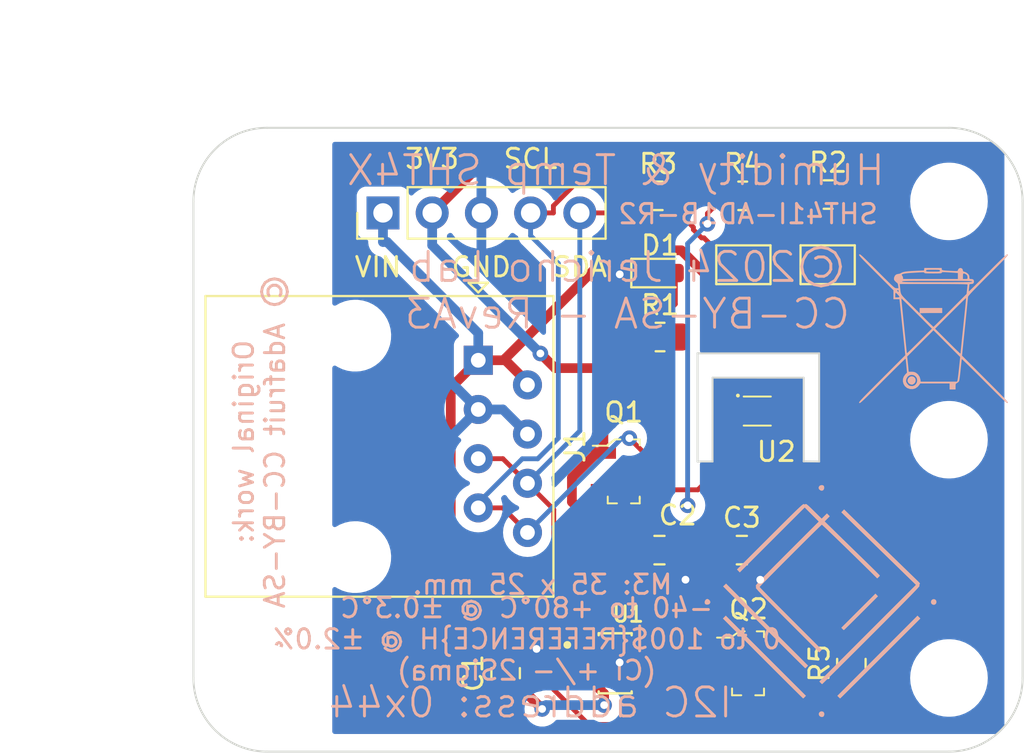
<source format=kicad_pcb>
(kicad_pcb (version 20221018) (generator pcbnew)
  (title_block (title "Atmospheric Humidity Sensor Based on SHT4X series") (date "2024-04-05") (rev "revA3") (company "Jericho Laboratory Inc.") (comment 1 "Designed by Limor Fried/Ladyada for Adafruit Industries.") (comment 2 "Modified by Frederic Coulombe for Jericho Laboratory") (comment 3 "Creative Commons Attribution/Share-Alike"))
  (layers (0 "F.Cu" signal) (31 "B.Cu" signal) (34 "B.Paste" user) (35 "F.Paste" user) (36 "B.SilkS" user "B.Silkscreen") (37 "F.SilkS" user "F.Silkscreen") (38 "B.Mask" user) (39 "F.Mask" user) (44 "Edge.Cuts" user))
  (net 0 "")
  (net 1 "+5V")
  (net 2 "GND")
  (net 3 "Net-(D1-A)")
  (net 4 "/SCL_3V")
  (net 5 "/SCL")
  (net 6 "/SDA")
  (net 7 "/SDA_3V")
  (net 8 "+3V3")
  (net 9 "Net-(JP2-A)")
  (net 10 "Net-(JP3-A)")
  (footprint "Capacitor_SMD:C_0805_2012Metric" (layer "F.Cu") (at 152.908 101.6)
    (fp_text reference "C3" (at 0 -1.68) (layer "F.SilkS"))
    (fp_text value "0.1uF")
    (pad "1" smd roundrect (at -0.95 0) (size 1 1.45) (layers "F.Cu" "F.Paste" "F.Mask") (net 8 "+3V3"))
    (pad "2" smd roundrect (at 0.95 0) (size 1 1.45) (layers "F.Cu" "F.Paste" "F.Mask") (net 2 "GND"))
  )
  (footprint "Jumper:SolderJumper-2_P1.3mm_Bridged_Pad1.0x1.5mm" (layer "F.Cu") (at 157.338 86.868)
    (fp_text reference "JP3" hide)
    (fp_text value "Jumper_2_Bridged" hide)
    (fp_poly (pts (xy -0.25 -0.3) (xy 0.25 -0.3) (xy 0.25 0.3) (xy -0.25 0.3)) (fill solid) (layer "F.Cu"))
    (pad "1" smd rect (at -0.65 0) (size 1 1.5) (layers "F.Cu" "F.Mask") (net 10 "Net-(JP3-A)"))
    (pad "2" smd rect (at 0.65 0) (size 1 1.5) (layers "F.Cu" "F.Mask") (net 8 "+3V3"))
  )
  (footprint "MountingHole:MountingHole_3.5mm" (layer "F.Cu") (at 163.6 83.6)
    (fp_text reference "H2" hide)
    (fp_text value "MountingHole_3.5mm" hide)
    (pad "" np_thru_hole circle (at 0 0) (size 3.5 3.5) (drill 3.5) (layers "*.Cu" "*.Mask"))
  )
  (footprint "Resistor_SMD:R_0805_2012Metric" (layer "F.Cu") (at 148.59 83.312)
    (fp_text reference "R3" (at 0 -1.65) (layer "F.SilkS"))
    (fp_text value "10K")
    (pad "1" smd roundrect (at -0.9125 0) (size 1.025 1.4) (layers "F.Cu" "F.Paste" "F.Mask") (roundrect_rratio 0.243902439) (net 6 "/SDA"))
    (pad "2" smd roundrect (at 0.9125 0) (size 1.025 1.4) (layers "F.Cu" "F.Paste" "F.Mask") (roundrect_rratio 0.243902439) (net 9 "Net-(JP2-A)"))
  )
  (footprint "Connector_PinHeader_2.54mm:PinHeader_1x05_P2.54mm_Vertical" (layer "F.Cu") (at 134.385 84.1939 90)
    (fp_text reference "J2" hide)
    (fp_text value "HeaderP2.54mm" hide)
    (pad "1" thru_hole rect (at 0 0 90) (size 1.7 1.7) (drill 1) (layers "*.Cu" "*.Mask") (net 1 "+5V"))
    (pad "2" thru_hole oval (at 0 2.54 90) (size 1.7 1.7) (drill 1) (layers "*.Cu" "*.Mask") (net 8 "+3V3"))
    (pad "3" thru_hole oval (at 0 5.08 90) (size 1.7 1.7) (drill 1) (layers "*.Cu" "*.Mask") (net 2 "GND"))
    (pad "4" thru_hole oval (at 0 7.62 90) (size 1.7 1.7) (drill 1) (layers "*.Cu" "*.Mask") (net 5 "/SCL"))
    (pad "5" thru_hole oval (at 0 10.16 90) (size 1.7 1.7) (drill 1) (layers "*.Cu" "*.Mask") (net 6 "/SDA"))
  )
  (footprint "MountingHole:MountingHole_3.5mm" (layer "F.Cu") (at 128.4 83.6)
    (fp_text reference "H1" hide)
    (fp_text value "MountingHole_3.5mm" hide)
    (pad "" np_thru_hole circle (at 0 0) (size 3.5 3.5) (drill 3.5) (layers "*.Cu" "*.Mask"))
  )
  (footprint "MountingHole:MountingHole_3.5mm" (layer "F.Cu") (at 163.6 108.2)
    (fp_text reference "H3" hide)
    (fp_text value "MountingHole_3.5mm" hide)
    (pad "" np_thru_hole circle (at 0 0) (size 3.5 3.5) (drill 3.5) (layers "*.Cu" "*.Mask"))
  )
  (footprint "Resistor_SMD:R_0805_2012Metric" (layer "F.Cu") (at 148.6875 90.6)
    (fp_text reference "R1" (at 0 -1.65) (layer "F.SilkS"))
    (fp_text value "10K")
    (pad "1" smd roundrect (at -0.9125 0) (size 1.025 1.4) (layers "F.Cu" "F.Paste" "F.Mask") (roundrect_rratio 0.243902439) (net 3 "Net-(D1-A)"))
    (pad "2" smd roundrect (at 0.9125 0) (size 1.025 1.4) (layers "F.Cu" "F.Paste" "F.Mask") (roundrect_rratio 0.243902439) (net 8 "+3V3"))
  )
  (footprint "Capacitor_SMD:C_0805_2012Metric" (layer "F.Cu") (at 140.716 107.95 90)
    (fp_text reference "C1" (at 0 -1.68 90) (layer "F.SilkS"))
    (fp_text value "10uF")
    (pad "1" smd roundrect (at -0.95 0 90) (size 1 1.45) (layers "F.Cu" "F.Paste" "F.Mask") (net 1 "+5V"))
    (pad "2" smd roundrect (at 0.95 0 90) (size 1 1.45) (layers "F.Cu" "F.Paste" "F.Mask") (net 2 "GND"))
  )
  (footprint "digikey-footprints:SOT-23-3" (layer "F.Cu") (at 146.812 97.536)
    (fp_text reference "Q1" (at 0 -3.048) (layer "F.SilkS"))
    (fp_text value "BSS138" hide)
    (pad "1" smd rect (at -1.05 -0.95) (size 1.3 0.6) (layers "F.Cu" "F.Paste" "F.Mask") (net 8 "+3V3"))
    (pad "2" smd rect (at -1.05 0.95) (size 1.3 0.6) (layers "F.Cu" "F.Paste" "F.Mask") (net 4 "/SCL_3V"))
    (pad "3" smd rect (at 1.05 0) (size 1.3 0.6) (layers "F.Cu" "F.Paste" "F.Mask") (net 5 "/SCL"))
  )
  (footprint "Resistor_SMD:R_0805_2012Metric" (layer "F.Cu") (at 158.562 107.442 90)
    (fp_text reference "R5" (at 0 -1.65 90) (layer "F.SilkS"))
    (fp_text value "10K" hide)
    (pad "1" smd roundrect (at -0.9125 0 90) (size 1.025 1.4) (layers "F.Cu" "F.Paste" "F.Mask") (roundrect_rratio 0.243902439) (net 7 "/SDA_3V"))
    (pad "2" smd roundrect (at 0.9125 0 90) (size 1.025 1.4) (layers "F.Cu" "F.Paste" "F.Mask") (roundrect_rratio 0.243902439) (net 10 "Net-(JP3-A)"))
  )
  (footprint "Connector_RJ:RJ45_Amphenol_54602-x08_Horizontal" (layer "F.Cu") (at 139.3027 91.8 -90)
    (fp_text reference "J1" (at 4.445 -5 -90) (layer "F.SilkS"))
    (fp_text value "5")
    (pad "" np_thru_hole circle (at -1.27 6.35 270) (size 3.2 3.2) (drill 3.2) (layers "*.Cu" "*.Mask"))
    (pad "" np_thru_hole circle (at 10.16 6.35 270) (size 3.2 3.2) (drill 3.2) (layers "*.Cu" "*.Mask"))
    (pad "1" thru_hole rect (at 0 0 270) (size 1.5 1.5) (drill 0.76) (layers "*.Cu" "*.Mask") (net 1 "+5V"))
    (pad "2" thru_hole circle (at 1.27 -2.54 270) (size 1.5 1.5) (drill 0.76) (layers "*.Cu" "*.Mask") (net 1 "+5V"))
    (pad "3" thru_hole circle (at 2.54 0 270) (size 1.5 1.5) (drill 0.76) (layers "*.Cu" "*.Mask") (net 2 "GND"))
    (pad "4" thru_hole circle (at 3.81 -2.54 270) (size 1.5 1.5) (drill 0.76) (layers "*.Cu" "*.Mask") (net 2 "GND"))
    (pad "5" thru_hole circle (at 5.08 0 270) (size 1.5 1.5) (drill 0.76) (layers "*.Cu" "*.Mask") (net 6 "/SDA"))
    (pad "6" thru_hole circle (at 6.35 -2.54 270) (size 1.5 1.5) (drill 0.76) (layers "*.Cu" "*.Mask") (net 6 "/SDA"))
    (pad "7" thru_hole circle (at 7.62 0 270) (size 1.5 1.5) (drill 0.76) (layers "*.Cu" "*.Mask") (net 5 "/SCL"))
    (pad "8" thru_hole circle (at 8.89 -2.54 270) (size 1.5 1.5) (drill 0.76) (layers "*.Cu" "*.Mask") (net 5 "/SCL"))
  )
  (footprint "Resistor_SMD:R_0805_2012Metric" (layer "F.Cu") (at 152.954 83.312)
    (fp_text reference "R4" (at 0 -1.65) (layer "F.SilkS"))
    (fp_text value "10K")
    (pad "1" smd roundrect (at -0.9125 0) (size 1.025 1.4) (layers "F.Cu" "F.Paste" "F.Mask") (roundrect_rratio 0.243902439) (net 4 "/SCL_3V"))
    (pad "2" smd roundrect (at 0.9125 0) (size 1.025 1.4) (layers "F.Cu" "F.Paste" "F.Mask") (roundrect_rratio 0.243902439) (net 10 "Net-(JP3-A)"))
  )
  (footprint "Capacitor_SMD:C_0805_2012Metric" (layer "F.Cu") (at 148.656 101.6)
    (fp_text reference "C2" (at 0.944 -1.8) (layer "F.SilkS"))
    (fp_text value "10uF")
    (pad "1" smd roundrect (at -0.95 0) (size 1 1.45) (layers "F.Cu" "F.Paste" "F.Mask") (net 8 "+3V3"))
    (pad "2" smd roundrect (at 0.95 0) (size 1 1.45) (layers "F.Cu" "F.Paste" "F.Mask") (net 2 "GND"))
  )
  (footprint "Diode_SMD:D_0603_1608Metric" (layer "F.Cu") (at 148.6875 87.298)
    (fp_text reference "D1" (at 0 -1.43) (layer "F.SilkS"))
    (fp_text value "RED" hide)
    (pad "1" smd roundrect (at -0.7875 0) (size 0.875 0.95) (layers "F.Cu" "F.Paste" "F.Mask") (net 2 "GND"))
    (pad "2" smd roundrect (at 0.7875 0) (size 0.875 0.95) (layers "F.Cu" "F.Paste" "F.Mask") (net 3 "Net-(D1-A)"))
  )
  (footprint "MountingHole:MountingHole_3.5mm" (layer "F.Cu") (at 128.4 108.2)
    (fp_text reference "H4" hide)
    (fp_text value "MountingHole_3.5mm" hide)
    (pad "" np_thru_hole circle (at 0 0) (size 3.5 3.5) (drill 3.5) (layers "*.Cu" "*.Mask"))
  )
  (footprint "Resistor_SMD:R_0805_2012Metric" (layer "F.Cu") (at 157.3627 83.2456)
    (fp_text reference "R2" (at 0 -1.65) (layer "F.SilkS"))
    (fp_text value "10K")
    (pad "1" smd roundrect (at -0.9125 0) (size 1.025 1.4) (layers "F.Cu" "F.Paste" "F.Mask") (roundrect_rratio 0.243902439) (net 5 "/SCL"))
    (pad "2" smd roundrect (at 0.9125 0) (size 1.025 1.4) (layers "F.Cu" "F.Paste" "F.Mask") (roundrect_rratio 0.243902439) (net 9 "Net-(JP2-A)"))
  )
  (footprint "SnapEDA_AP2112K:SOT95P285X140-5N" (layer "F.Cu") (at 146.37 107.442)
    (fp_text reference "U1" (at 0.66442 -2.53029) (layer "F.SilkS") (effects (font (size 0.80263 0.80263))))
    (fp_text value "AP2112K-3.3TRG1")
    (pad "1" smd roundrect (at -1.185 -0.95 270) (size 0.6 1.35) (layers "F.Cu" "F.Paste" "F.Mask") (roundrect_rratio 0.1) (net 1 "+5V"))
    (pad "2" smd roundrect (at -1.185 0 270) (size 0.6 1.35) (layers "F.Cu" "F.Paste" "F.Mask") (roundrect_rratio 0.1) (net 2 "GND"))
    (pad "3" smd roundrect (at -1.185 0.95 270) (size 0.6 1.35) (layers "F.Cu" "F.Paste" "F.Mask") (roundrect_rratio 0.1) (net 1 "+5V"))
    (pad "4" smd roundrect (at 1.185 0.95 270) (size 0.6 1.35) (layers "F.Cu" "F.Paste" "F.Mask") (roundrect_rratio 0.1))
    (pad "5" smd roundrect (at 1.185 -0.95 270) (size 0.6 1.35) (layers "F.Cu" "F.Paste" "F.Mask") (roundrect_rratio 0.1) (net 8 "+3V3"))
  )
  (footprint "Jumper:SolderJumper-2_P1.3mm_Bridged_Pad1.0x1.5mm" (layer "F.Cu") (at 152.988 86.868)
    (fp_text reference "JP2" hide)
    (fp_text value "Jumper_2_Bridged" hide)
    (fp_poly (pts (xy -0.25 -0.3) (xy 0.25 -0.3) (xy 0.25 0.3) (xy -0.25 0.3)) (fill solid) (layer "F.Cu"))
    (pad "1" smd rect (at -0.65 0) (size 1 1.5) (layers "F.Cu" "F.Mask") (net 9 "Net-(JP2-A)"))
    (pad "2" smd rect (at 0.65 0) (size 1 1.5) (layers "F.Cu" "F.Mask") (net 1 "+5V"))
  )
  (footprint "SnapEDA_SHT40:SHT4X" (layer "F.Cu") (at 153.704 94.4219)
    (fp_text reference "U2" (at 0.982 2.0981) (layer "F.SilkS"))
    (fp_text value "SHT41I-AD1B-R2")
    (pad "1" smd rect (at -0.7 -0.4) (size 0.5 0.3) (layers "F.Cu" "F.Paste" "F.Mask") (net 7 "/SDA_3V"))
    (pad "2" smd rect (at -0.7 0.4) (size 0.5 0.3) (layers "F.Cu" "F.Paste" "F.Mask") (net 4 "/SCL_3V"))
    (pad "3" smd rect (at 0.7 0.4) (size 0.5 0.3) (layers "F.Cu" "F.Paste" "F.Mask") (net 8 "+3V3"))
    (pad "4" smd rect (at 0.7 -0.4) (size 0.5 0.3) (layers "F.Cu" "F.Paste" "F.Mask") (net 2 "GND"))
  )
  (footprint "MountingHole:MountingHole_3.5mm" (layer "F.Cu") (at 163.6 95.9)
    (fp_text reference "H5" hide)
    (fp_text value "MountingHole_3.5mm" hide)
    (pad "" np_thru_hole circle (at 0 0) (size 3.5 3.5) (drill 3.5) (layers "*.Cu" "*.Mask"))
  )
  (footprint "digikey-footprints:SOT-23-3" (layer "F.Cu") (at 153.228 107.442)
    (fp_text reference "Q2" (at 0.025 -2.794) (layer "F.SilkS"))
    (fp_text value "BSS138" hide)
    (pad "1" smd rect (at -1.05 -0.95) (size 1.3 0.6) (layers "F.Cu" "F.Paste" "F.Mask") (net 8 "+3V3"))
    (pad "2" smd rect (at -1.05 0.95) (size 1.3 0.6) (layers "F.Cu" "F.Paste" "F.Mask") (net 7 "/SDA_3V"))
    (pad "3" smd rect (at 1.05 0) (size 1.3 0.6) (layers "F.Cu" "F.Paste" "F.Mask") (net 6 "/SDA"))
  )
  (footprint "custom_KiCAD_footprints:Do not throw to garbage logo WEEE2" (layer "B.Cu") (at 162.8 90.17 180)
    (fp_text reference "G1" hide)
    (fp_text value "LOGO" hide)
  )
  (footprint "custom_KiCAD_footprints:jericho-logo-kicad" (layer "B.Cu") (at 157 104.2 180)
    (fp_text reference "G***" hide)
    (fp_text value "LOGO" hide)
  )
  (gr_line (start 163.6 79.8) (end 128.4 79.8) (stroke (width 0.1)) (layer "Edge.Cuts"))
  (gr_line (start 150.622 97.028) (end 151.399 97.028) (stroke (width 0.1)) (layer "Edge.Cuts"))
  (gr_arc (start 128.4 112) (mid 125.712994 110.887006) (end 124.6 108.2) (stroke (width 0.1)) (layer "Edge.Cuts"))
  (gr_arc (start 167.4 108.2) (mid 166.287006 110.887006) (end 163.6 112) (stroke (width 0.1)) (layer "Edge.Cuts"))
  (gr_line (start 151.399 97.028) (end 151.401 92.7) (stroke (width 0.1)) (layer "Edge.Cuts"))
  (gr_line (start 156.1 97.019) (end 156.9 97.028) (stroke (width 0.1)) (layer "Edge.Cuts"))
  (gr_line (start 156.1 92.701) (end 156.1 97.019) (stroke (width 0.1)) (layer "Edge.Cuts"))
  (gr_line (start 151.401 92.7) (end 156.1 92.701) (stroke (width 0.1)) (layer "Edge.Cuts"))
  (gr_arc (start 124.6 83.6) (mid 125.712994 80.912994) (end 128.4 79.8) (stroke (width 0.1)) (layer "Edge.Cuts"))
  (gr_line (start 128.4 112) (end 163.6 112) (stroke (width 0.1)) (layer "Edge.Cuts"))
  (gr_line (start 124.6 83.6) (end 124.6 108.2) (stroke (width 0.1)) (layer "Edge.Cuts"))
  (gr_arc (start 163.6 79.8) (mid 166.287006 80.912994) (end 167.4 83.6) (stroke (width 0.1)) (layer "Edge.Cuts"))
  (gr_line (start 156.9 97.028) (end 156.9 91.44) (stroke (width 0.1)) (layer "Edge.Cuts"))
  (gr_line (start 167.4 83.6) (end 167.4 108.2) (stroke (width 0.1)) (layer "Edge.Cuts"))
  (gr_line (start 156.9 91.44) (end 150.622 91.44) (stroke (width 0.1)) (layer "Edge.Cuts"))
  (gr_line (start 150.622 91.44) (end 150.622 97.028) (stroke (width 0.1)) (layer "Edge.Cuts"))
  (gr_text "I2C address: 0x44" (at 142 109.474) (layer "B.SilkS") (effects (font (size 1.5 1.5)) (justify mirror)))
  (gr_text "©2024 Jericho Lab\nCC-BY-SA - RevA3" (at 147 88.2) (layer "B.SilkS") (effects (font (size 1.5 1.5)) (justify mirror)))
  (gr_text "SHT41I-AD1B-R2" (at 160.02 84.836) (layer "B.SilkS") (effects (font (size 1 1)) (justify left bottom mirror)))
  (gr_text "Humidity & Temp SHT4X\n" (at 146.4 82) (layer "B.SilkS") (effects (font (size 1.5 1.5)) (justify mirror)))
  (gr_text "M3: 35 x 25 mm. \n" (at 142.24 103.378) (layer "B.SilkS") (effects (font (size 1 1)) (justify mirror)))
  (gr_text "-40 to +80°C @ ±0.3°C\n0 to 100%RH @ ±2.0%\n(CI +/- 2Sigma)" (at 141.8 106.2) (layer "B.SilkS") (effects (font (size 1 1)) (justify mirror)))
  (gr_text "Original work:\n© Adafruit CC-BY-SA" (at 128 96 90) (layer "B.SilkS") (effects (font (size 1 1)) (justify mirror)))
  (gr_text "SDA" (at 144.54 86.988) (layer "F.SilkS") (effects (font (size 1 1))))
  (gr_text "GND" (at 139.46 86.988) (layer "F.SilkS") (effects (font (size 1 1))))
  (gr_text "3V3" (at 136.92 81.4) (layer "F.SilkS") (effects (font (size 1 1))))
  (gr_text "VIN" (at 134.126 86.988) (layer "F.SilkS") (effects (font (size 1 1))))
  (gr_text "SCL" (at 142 81.4) (layer "F.SilkS") (effects (font (size 1 1))))
  (segment (start 139.3027 91.8) (end 137.8829 93.2198) (width 0.5) (layer "F.Cu") (net 1))
  (segment (start 141.8426 92.9398) (end 140.7028 91.8) (width 0.5) (layer "F.Cu") (net 1))
  (segment (start 137.8829 93.2198) (end 137.8829 106.2296) (width 0.5) (layer "F.Cu") (net 1))
  (segment (start 137.8829 106.2296) (end 140.5533 108.9) (width 0.5) (layer "F.Cu") (net 1))
  (segment (start 139.901 91.8) (end 140.7028 91.8) (width 0.5) (layer "F.Cu") (net 1))
  (segment (start 140.5533 108.9) (end 140.716 108.9) (width 0.5) (layer "F.Cu") (net 1))
  (segment (start 153.638 88.2681) (end 151.7787 88.2681) (width 0.5) (layer "F.Cu") (net 1))
  (segment (start 151.0689 87.5583) (end 151.0689 87.4103) (width 0.5) (layer "F.Cu") (net 1))
  (segment (start 140.716 108.9) (end 141.7 108.9) (width 0.5) (layer "F.Cu") (net 1))
  (segment (start 145.8 109.007) (end 145.185 108.392) (width 0.5) (layer "F.Cu") (net 1))
  (segment (start 151.7787 88.2681) (end 151.0689 87.5583) (width 0.5) (layer "F.Cu") (net 1))
  (segment (start 145.8 109.6) (end 145.8 109.007) (width 0.5) (layer "F.Cu") (net 1))
  (segment (start 151.0689 87.4103) (end 149.7817 86.1231) (width 0.5) (layer "F.Cu") (net 1))
  (segment (start 141.8427 93.07) (end 141.8427 92.9398) (width 0.5) (layer "F.Cu") (net 1))
  (segment (start 149.7817 86.1231) (end 146.2834 86.1231) (width 0.5) (layer "F.Cu") (net 1))
  (segment (start 145.185 106.492) (end 144.558751 106.492) (width 0.5) (layer "F.Cu") (net 1))
  (segment (start 141.7 108.9) (end 142.6 109.8) (width 0.5) (layer "F.Cu") (net 1))
  (segment (start 141.8427 92.9398) (end 141.8426 92.9398) (width 0.5) (layer "F.Cu") (net 1))
  (segment (start 144.042736 108.042736) (end 144.4 108.4) (width 0.5) (layer "F.Cu") (net 1))
  (segment (start 144.042736 107.008015) (end 144.042736 108.042736) (width 0.5) (layer "F.Cu") (net 1))
  (segment (start 153.638 86.868) (end 153.638 88.2681) (width 0.5) (layer "F.Cu") (net 1))
  (segment (start 146.2834 86.1231) (end 140.7028 91.7037) (width 0.5) (layer "F.Cu") (net 1))
  (segment (start 144.558751 106.492) (end 144.042736 107.008015) (width 0.5) (layer "F.Cu") (net 1))
  (segment (start 139.901 91.8) (end 139.3027 91.8) (width 0.5) (layer "F.Cu") (net 1))
  (segment (start 140.7028 91.7037) (end 140.7028 91.8) (width 0.5) (layer "F.Cu") (net 1))
  (via (at 145.8 109.6) (size 0.8) (drill 0.4) (layers "F.Cu" "B.Cu") (net 1))
  (via (at 142.6 109.8) (size 0.8) (drill 0.4) (layers "F.Cu" "B.Cu") (net 1))
  (segment (start 134.5968 85.694) (end 139.3027 90.3999) (width 0.5) (layer "B.Cu") (net 1))
  (segment (start 145.8 109.6) (end 142.8 109.6) (width 0.5) (layer "B.Cu") (net 1))
  (segment (start 134.385 85.694) (end 134.5968 85.694) (width 0.5) (layer "B.Cu") (net 1))
  (segment (start 142.8 109.6) (end 142.6 109.8) (width 0.5) (layer "B.Cu") (net 1))
  (segment (start 134.385 84.1939) (end 134.385 85.694) (width 0.5) (layer "B.Cu") (net 1))
  (segment (start 139.3027 91.8) (end 139.3027 90.3999) (width 0.5) (layer "B.Cu") (net 1))
  (segment (start 145.185 107.442) (end 146.558 107.442) (width 0.5) (layer "F.Cu") (net 2))
  (segment (start 149.606 102.7337) (end 149.606 101.6) (width 0.5) (layer "F.Cu") (net 2))
  (segment (start 154.6 96.8) (end 154.6 100.858) (width 0.5) (layer "F.Cu") (net 2))
  (segment (start 147.8323 87.3657) (end 147.9 87.298) (width 0.5) (layer "F.Cu") (net 2))
  (segment (start 140.716 107) (end 141.016 106.7) (width 0.5) (layer "F.Cu") (net 2))
  (segment (start 155.24 94.469072) (end 155.24 96.16) (width 0.5) (layer "F.Cu") (net 2))
  (segment (start 154.6 100.858) (end 153.858 101.6) (width 0.5) (layer "F.Cu") (net 2))
  (segment (start 141.016 106.7) (end 142.3119 106.7) (width 0.5) (layer "F.Cu") (net 2))
  (segment (start 154.404 94.0219) (end 154.792828 94.0219) (width 0.5) (layer "F.Cu") (net 2))
  (segment (start 155.24 96.16) (end 154.6 96.8) (width 0.5) (layer "F.Cu") (net 2))
  (segment (start 146.6049 87.3657) (end 147.8323 87.3657) (width 0.5) (layer "F.Cu") (net 2))
  (segment (start 146.558 107.442) (end 146.6 107.4) (width 0.5) (layer "F.Cu") (net 2))
  (segment (start 149.9999 103.1276) (end 149.606 102.7337) (width 0.5) (layer "F.Cu") (net 2))
  (segment (start 154.792828 94.0219) (end 155.24 94.469072) (width 0.5) (layer "F.Cu") (net 2))
  (segment (start 153.858 103.128) (end 153.858 101.6) (width 0.5) (layer "F.Cu") (net 2))
  (via (at 149.9999 103.1276) (size 0.8) (drill 0.4) (layers "F.Cu" "B.Cu") (net 2))
  (via (at 146.6 107.4) (size 0.8) (drill 0.4) (layers "F.Cu" "B.Cu") (net 2))
  (via (at 146.6049 87.3657) (size 0.8) (drill 0.4) (layers "F.Cu" "B.Cu") (net 2))
  (via (at 153.858 103.128) (size 0.8) (drill 0.4) (layers "F.Cu" "B.Cu") (net 2))
  (via (at 142.3119 106.7) (size 0.8) (drill 0.4) (layers "F.Cu" "B.Cu") (net 2))
  (segment (start 139.3027 94.34) (end 140.5727 94.34) (width 0.5) (layer "B.Cu") (net 2))
  (segment (start 143.8 107.4) (end 146.6 107.4) (width 0.5) (layer "B.Cu") (net 2))
  (segment (start 140.5727 94.34) (end 141.8427 95.61) (width 0.5) (layer "B.Cu") (net 2))
  (segment (start 143.1 106.7) (end 143.8 107.4) (width 0.5) (layer "B.Cu") (net 2))
  (segment (start 142.3119 106.7) (end 143.1 106.7) (width 0.5) (layer "B.Cu") (net 2))
  (segment (start 149.475 87.298) (end 149.475 88.9) (width 0.25) (layer "F.Cu") (net 3))
  (segment (start 149.475 88.9) (end 147.775 90.6) (width 0.25) (layer "F.Cu") (net 3))
  (segment (start 153.004 94.8219) (end 152.4287 94.8219) (width 0.25) (layer "F.Cu") (net 4))
  (segment (start 151.1308 84.2227) (end 151.1308 84.756) (width 0.25) (layer "F.Cu") (net 4))
  (segment (start 150.11 99.287) (end 150.11 98.486) (width 0.25) (layer "F.Cu") (net 4))
  (segment (start 152.4287 96.6977) (end 152.4287 94.8219) (width 0.25) (layer "F.Cu") (net 4))
  (segment (start 145.762 98.486) (end 150.11 98.486) (width 0.25) (layer "F.Cu") (net 4))
  (segment (start 150.11 98.486) (end 150.6404 98.486) (width 0.25) (layer "F.Cu") (net 4))
  (segment (start 152.0415 83.312) (end 151.1308 84.2227) (width 0.25) (layer "F.Cu") (net 4))
  (segment (start 150.6404 98.486) (end 152.4287 96.6977) (width 0.25) (layer "F.Cu") (net 4))
  (via (at 151.1308 84.756) (size 0.8) (drill 0.4) (layers "F.Cu" "B.Cu") (net 4))
  (via (at 150.11 99.287) (size 0.8) (drill 0.4) (layers "F.Cu" "B.Cu") (net 4))
  (segment (start 150.11 85.7768) (end 150.11 99.287) (width 0.25) (layer "B.Cu") (net 4))
  (segment (start 151.1308 84.756) (end 150.11 85.7768) (width 0.25) (layer "B.Cu") (net 4))
  (segment (start 145.2057 81.8012) (end 143.1803 83.8266) (width 0.25) (layer "F.Cu") (net 5))
  (segment (start 155.0058 81.8012) (end 145.2057 81.8012) (width 0.25) (layer "F.Cu") (net 5))
  (segment (start 147.862 96.5823) (end 147.1026 95.8229) (width 0.25) (layer "F.Cu") (net 5))
  (segment (start 140.5727 99.42) (end 139.3027 99.42) (width 0.25) (layer "F.Cu") (net 5))
  (segment (start 143.1803 83.8266) (end 143.1803 84.1939) (width 0.25) (layer "F.Cu") (net 5))
  (segment (start 156.4502 83.2456) (end 155.0058 81.8012) (width 0.25) (layer "F.Cu") (net 5))
  (segment (start 142.005 84.1939) (end 143.1803 84.1939) (width 0.25) (layer "F.Cu") (net 5))
  (segment (start 141.8427 100.69) (end 140.5727 99.42) (width 0.25) (layer "F.Cu") (net 5))
  (segment (start 147.862 97.536) (end 147.862 96.5823) (width 0.25) (layer "F.Cu") (net 5))
  (via (at 147.1026 95.8229) (size 0.8) (drill 0.4) (layers "F.Cu" "B.Cu") (net 5))
  (segment (start 142.005 84.1939) (end 142.005 85.3692) (width 0.25) (layer "B.Cu") (net 5))
  (segment (start 143.4339 86.7981) (end 142.005 85.3692) (width 0.25) (layer "B.Cu") (net 5))
  (segment (start 139.3027 99.1584) (end 141.576 96.8851) (width 0.25) (layer "B.Cu") (net 5))
  (segment (start 141.8427 100.69) (end 146.7098 95.8229) (width 0.25) (layer "B.Cu") (net 5))
  (segment (start 141.576 96.8851) (end 142.3709 96.8851) (width 0.25) (layer "B.Cu") (net 5))
  (segment (start 143.4339 95.8221) (end 143.4339 86.7981) (width 0.25) (layer "B.Cu") (net 5))
  (segment (start 146.7098 95.8229) (end 147.1026 95.8229) (width 0.25) (layer "B.Cu") (net 5))
  (segment (start 142.3709 96.8851) (end 143.4339 95.8221) (width 0.25) (layer "B.Cu") (net 5))
  (segment (start 139.3027 99.42) (end 139.3027 99.1584) (width 0.25) (layer "B.Cu") (net 5))
  (segment (start 143.2 108.8) (end 143.2 99.5073) (width 0.25) (layer "F.Cu") (net 6))
  (segment (start 139.3027 96.88) (end 140.5727 96.88) (width 0.25) (layer "F.Cu") (net 6))
  (segment (start 144.545 84.1939) (end 146.7956 84.1939) (width 0.25) (layer "F.Cu") (net 6))
  (segment (start 140.5727 96.88) (end 141.8427 98.15) (width 0.25) (layer "F.Cu") (net 6))
  (segment (start 147.5648 110.6) (end 145 110.6) (width 0.25) (layer "F.Cu") (net 6))
  (segment (start 154.278 107.442) (end 150.7228 107.442) (width 0.25) (layer "F.Cu") (net 6))
  (segment (start 146.7956 84.1939) (end 147.6775 83.312) (width 0.25) (layer "F.Cu") (net 6))
  (segment (start 145 110.6) (end 143.2 108.8) (width 0.25) (layer "F.Cu") (net 6))
  (segment (start 150.7228 107.442) (end 147.5648 110.6) (width 0.25) (layer "F.Cu") (net 6))
  (segment (start 143.2 99.5073) (end 141.8427 98.15) (width 0.25) (layer "F.Cu") (net 6))
  (segment (start 144.545 95.4477) (end 141.8427 98.15) (width 0.25) (layer "B.Cu") (net 6))
  (segment (start 144.545 84.1939) (end 144.545 95.4477) (width 0.25) (layer "B.Cu") (net 6))
  (segment (start 153.898 93.3467) (end 153.2228 94.0219) (width 0.25) (layer "F.Cu") (net 7))
  (segment (start 152.178 108.392) (end 153.1533 108.392) (width 0.25) (layer "F.Cu") (net 7))
  (segment (start 155.2695 108.3545) (end 153.1908 108.3545) (width 0.25) (layer "F.Cu") (net 7))
  (segment (start 153.1908 108.3545) (end 153.1533 108.392) (width 0.25) (layer "F.Cu") (net 7))
  (segment (start 158.562 108.3545) (end 155.2695 108.3545) (width 0.25) (layer "F.Cu") (net 7))
  (segment (start 155.815 94.2309) (end 154.9308 93.3467) (width 0.25) (layer "F.Cu") (net 7))
  (segment (start 155.2695 108.3545) (end 156 107.624) (width 0.25) (layer "F.Cu") (net 7))
  (segment (start 155.815 107.439) (end 155.815 94.2309) (width 0.25) (layer "F.Cu") (net 7))
  (segment (start 154.9308 93.3467) (end 153.898 93.3467) (width 0.25) (layer "F.Cu") (net 7))
  (segment (start 153.2228 94.0219) (end 153.004 94.0219) (width 0.25) (layer "F.Cu") (net 7))
  (segment (start 156 107.624) (end 155.815 107.439) (width 0.25) (layer "F.Cu") (net 7))
  (segment (start 159.2414 82.5062) (end 157.7613 81.0261) (width 0.5) (layer "F.Cu") (net 8))
  (segment (start 154.3781 94.8219) (end 154.404 94.8219) (width 0.5) (layer "F.Cu") (net 8))
  (segment (start 151.958 104.2133) (end 151.958 101.6) (width 0.5) (layer "F.Cu") (net 8))
  (segment (start 152.178 105.5419) (end 151.958 105.3219) (width 0.5) (layer "F.Cu") (net 8))
  (segment (start 153.4 98.568) (end 151.958 100.01) (width 0.5) (layer "F.Cu") (net 8))
  (segment (start 145.412 96.586) (end 145.762 96.586) (width 0.5) (layer "F.Cu") (net 8))
  (segment (start 151.958 105.3219) (end 151.958 104.2133) (width 0.5) (layer "F.Cu") (net 8))
  (segment (start 157.7613 81.0261) (end 140.0928 81.0261) (width 0.5) (layer "F.Cu") (net 8))
  (segment (start 152.178 106.492) (end 152.178 106.323) (width 0.5) (layer "F.Cu") (net 8))
  (segment (start 147.706 102.3239) (end 147.706 101.6) (width 0.5) (layer "F.Cu") (net 8))
  (segment (start 145.762 96.586) (end 145.762 95.6359) (width 0.5) (layer "F.Cu") (net 8))
  (segment (start 151.958 104.2133) (end 149.5954 104.2133) (width 0.5) (layer "F.Cu") (net 8))
  (segment (start 153.4 95.8) (end 153.4 98.568) (width 0.5) (layer "F.Cu") (net 8))
  (segment (start 152.178 106.323) (end 152.009 106.492) (width 0.5) (layer "F.Cu") (net 8))
  (segment (start 145.1251 99.436) (end 144.462 99.436) (width 0.5) (layer "F.Cu") (net 8))
  (segment (start 159.1381 86.868) (end 159.2414 86.7647) (width 0.5) (layer "F.Cu") (net 8))
  (segment (start 144.462 99.436) (end 144.1373 99.1113) (width 0.5) (layer "F.Cu") (net 8))
  (segment (start 149.5954 104.2133) (end 147.706 102.3239) (width 0.5) (layer "F.Cu") (net 8))
  (segment (start 144.1373 97.8607) (end 145.412 96.586) (width 0.5) (layer "F.Cu") (net 8))
  (segment (start 157.988 86.868) (end 159.1381 86.868) (width 0.5) (layer "F.Cu") (net 8))
  (segment (start 140.0928 81.0261) (end 136.925 84.1939) (width 0.5) (layer "F.Cu") (net 8))
  (segment (start 143.2648 92.2052) (end 145.762 92.2052) (width 0.5) (layer "F.Cu") (net 8))
  (segment (start 153.4 95.8) (end 154.3781 94.8219) (width 0.5) (layer "F.Cu") (net 8))
  (segment (start 159.2414 86.7647) (end 159.2414 82.5062) (width 0.5) (layer "F.Cu") (net 8))
  (segment (start 151.958 100.01) (end 151.958 101.6) (width 0.5) (layer "F.Cu") (net 8))
  (segment (start 145.762 92.2052) (end 147.9948 92.2052) (width 0.5) (layer "F.Cu") (net 8))
  (segment (start 147.9948 92.2052) (end 149.6 90.6) (width 0.5) (layer "F.Cu") (net 8))
  (segment (start 145.762 92.2052) (end 145.762 95.6359) (width 0.5) (layer "F.Cu") (net 8))
  (segment (start 152.009 106.492) (end 147.555 106.492) (width 0.5) (layer "F.Cu") (net 8))
  (segment (start 152.178 106.323) (end 152.178 105.5419) (width 0.5) (layer "F.Cu") (net 8))
  (segment (start 142.5088 91.4492) (end 143.2648 92.2052) (width 0.5) (layer "F.Cu") (net 8))
  (segment (start 144.1373 99.1113) (end 144.1373 97.8607) (width 0.5) (layer "F.Cu") (net 8))
  (segment (start 147.706 101.6) (end 147.2891 101.6) (width 0.5) (layer "F.Cu") (net 8))
  (segment (start 147.2891 101.6) (end 145.1251 99.436) (width 0.5) (layer "F.Cu") (net 8))
  (via (at 142.5088 91.4492) (size 0.8) (drill 0.4) (layers "F.Cu" "B.Cu") (net 8))
  (segment (start 136.925 84.1939) (end 136.925 85.8654) (width 0.5) (layer "B.Cu") (net 8))
  (segment (start 136.925 85.8654) (end 142.5088 91.4492) (width 0.5) (layer "B.Cu") (net 8))
  (segment (start 150.4055 84.9355) (end 150.4055 85.0564) (width 0.25) (layer "F.Cu") (net 9))
  (segment (start 149.5025 83.312) (end 149.835 83.312) (width 0.25) (layer "F.Cu") (net 9))
  (segment (start 150.4055 85.0564) (end 150.8304 85.4813) (width 0.25) (layer "F.Cu") (net 9))
  (segment (start 154.3336 82.2516) (end 150.8954 82.2516) (width 0.25) (layer "F.Cu") (net 9))
  (segment (start 149.835 84.365) (end 150.4055 84.9355) (width 0.25) (layer "F.Cu") (net 9))
  (segment (start 150.8954 82.2516) (end 149.835 83.312) (width 0.25) (layer "F.Cu") (net 9))
  (segment (start 150.9513 85.4813) (end 152.338 86.868) (width 0.25) (layer "F.Cu") (net 9))
  (segment (start 149.835 83.312) (end 149.835 84.365) (width 0.25) (layer "F.Cu") (net 9))
  (segment (start 155.539 83.457) (end 154.3336 82.2516) (width 0.25) (layer "F.Cu") (net 9))
  (segment (start 155.539 83.8687) (end 155.539 83.457) (width 0.25) (layer "F.Cu") (net 9))
  (segment (start 158.2752 83.2456) (end 157.2249 84.2959) (width 0.25) (layer "F.Cu") (net 9))
  (segment (start 155.9662 84.2959) (end 155.539 83.8687) (width 0.25) (layer "F.Cu") (net 9))
  (segment (start 157.2249 84.2959) (end 155.9662 84.2959) (width 0.25) (layer "F.Cu") (net 9))
  (segment (start 150.8304 85.4813) (end 150.9513 85.4813) (width 0.25) (layer "F.Cu") (net 9))
  (segment (start 157.5393 88.77) (end 156.3299 87.5606) (width 0.25) (layer "F.Cu") (net 10))
  (segment (start 157.8031 89.4069) (end 157.8031 89.0337) (width 0.25) (layer "F.Cu") (net 10))
  (segment (start 157.6712 89.5388) (end 157.8031 89.4069) (width 0.25) (layer "F.Cu") (net 10))
  (segment (start 156.2754 87.5606) (end 156.2754 86.868) (width 0.25) (layer "F.Cu") (net 10))
  (segment (start 155.4777 85.8461) (end 153.921 84.2894) (width 0.25) (layer "F.Cu") (net 10))
  (segment (start 155.4778 85.8461) (end 155.4777 85.8461) (width 0.25) (layer "F.Cu") (net 10))
  (segment (start 156.688 86.868) (end 156.2754 86.868) (width 0.25) (layer "F.Cu") (net 10))
  (segment (start 157.8031 89.0337) (end 157.5394 88.77) (width 0.25) (layer "F.Cu") (net 10))
  (segment (start 156.3299 87.5606) (end 156.2754 87.5606) (width 0.25) (layer "F.Cu") (net 10))
  (segment (start 155.7415 86.483) (end 155.7415 86.1098) (width 0.25) (layer "F.Cu") (net 10))
  (segment (start 153.8665 84.2894) (end 153.8665 83.312) (width 0.25) (layer "F.Cu") (net 10))
  (segment (start 155.7415 86.1098) (end 155.4778 85.8461) (width 0.25) (layer "F.Cu") (net 10))
  (segment (start 155.8627 86.868) (end 155.6096 86.6149) (width 0.25) (layer "F.Cu") (net 10))
  (segment (start 157.5394 88.77) (end 157.5393 88.77) (width 0.25) (layer "F.Cu") (net 10))
  (segment (start 158.562 90.4296) (end 157.6712 89.5388) (width 0.25) (layer "F.Cu") (net 10))
  (segment (start 153.921 84.2894) (end 153.8665 84.2894) (width 0.25) (layer "F.Cu") (net 10))
  (segment (start 155.6096 86.6149) (end 155.7415 86.483) (width 0.25) (layer "F.Cu") (net 10))
  (segment (start 158.562 106.5295) (end 158.562 90.4296) (width 0.25) (layer "F.Cu") (net 10))
  (segment (start 156.2754 86.868) (end 155.8627 86.868) (width 0.25) (layer "F.Cu") (net 10))
  (zone (net 2) (net_name "GND") (layer "B.Cu") (connect_pads (clearance 0.508)) (min_thickness 0.254) (fill yes (thermal_gap 1) (thermal_bridge_width 0.5))
    (polygon (pts (xy 166.4607 111.09165) (xy 131.7667 111.09165) (xy 131.7667 80.52565) (xy 166.4607 80.52565)))
  )
)
</source>
